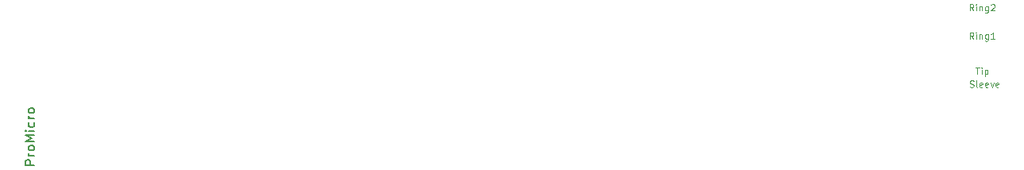
<source format=gbr>
G04 #@! TF.GenerationSoftware,KiCad,Pcbnew,(5.1.4)-1*
G04 #@! TF.CreationDate,2020-11-20T09:34:24-08:00*
G04 #@! TF.ProjectId,_autosave-_autosave-_autosave-_autosave-uwu-55,5f617574-6f73-4617-9665-2d5f6175746f,rev?*
G04 #@! TF.SameCoordinates,Original*
G04 #@! TF.FileFunction,Other,Fab,Top*
%FSLAX46Y46*%
G04 Gerber Fmt 4.6, Leading zero omitted, Abs format (unit mm)*
G04 Created by KiCad (PCBNEW (5.1.4)-1) date 2020-11-20 09:34:24*
%MOMM*%
%LPD*%
G04 APERTURE LIST*
%ADD10C,0.150000*%
%ADD11C,0.100000*%
G04 APERTURE END LIST*
D10*
X-31932619Y-66396809D02*
X-32932619Y-66396809D01*
X-32932619Y-66015857D01*
X-32885000Y-65920619D01*
X-32837380Y-65873000D01*
X-32742142Y-65825380D01*
X-32599285Y-65825380D01*
X-32504047Y-65873000D01*
X-32456428Y-65920619D01*
X-32408809Y-66015857D01*
X-32408809Y-66396809D01*
X-31932619Y-65396809D02*
X-32599285Y-65396809D01*
X-32408809Y-65396809D02*
X-32504047Y-65349190D01*
X-32551666Y-65301571D01*
X-32599285Y-65206333D01*
X-32599285Y-65111095D01*
X-31932619Y-64634904D02*
X-31980238Y-64730142D01*
X-32027857Y-64777761D01*
X-32123095Y-64825380D01*
X-32408809Y-64825380D01*
X-32504047Y-64777761D01*
X-32551666Y-64730142D01*
X-32599285Y-64634904D01*
X-32599285Y-64492047D01*
X-32551666Y-64396809D01*
X-32504047Y-64349190D01*
X-32408809Y-64301571D01*
X-32123095Y-64301571D01*
X-32027857Y-64349190D01*
X-31980238Y-64396809D01*
X-31932619Y-64492047D01*
X-31932619Y-64634904D01*
X-31932619Y-63873000D02*
X-32932619Y-63873000D01*
X-32218333Y-63539666D01*
X-32932619Y-63206333D01*
X-31932619Y-63206333D01*
X-31932619Y-62730142D02*
X-32599285Y-62730142D01*
X-32932619Y-62730142D02*
X-32885000Y-62777761D01*
X-32837380Y-62730142D01*
X-32885000Y-62682523D01*
X-32932619Y-62730142D01*
X-32837380Y-62730142D01*
X-31980238Y-61825380D02*
X-31932619Y-61920619D01*
X-31932619Y-62111095D01*
X-31980238Y-62206333D01*
X-32027857Y-62253952D01*
X-32123095Y-62301571D01*
X-32408809Y-62301571D01*
X-32504047Y-62253952D01*
X-32551666Y-62206333D01*
X-32599285Y-62111095D01*
X-32599285Y-61920619D01*
X-32551666Y-61825380D01*
X-31932619Y-61396809D02*
X-32599285Y-61396809D01*
X-32408809Y-61396809D02*
X-32504047Y-61349190D01*
X-32551666Y-61301571D01*
X-32599285Y-61206333D01*
X-32599285Y-61111095D01*
X-31932619Y-60634904D02*
X-31980238Y-60730142D01*
X-32027857Y-60777761D01*
X-32123095Y-60825380D01*
X-32408809Y-60825380D01*
X-32504047Y-60777761D01*
X-32551666Y-60730142D01*
X-32599285Y-60634904D01*
X-32599285Y-60492047D01*
X-32551666Y-60396809D01*
X-32504047Y-60349190D01*
X-32408809Y-60301571D01*
X-32123095Y-60301571D01*
X-32027857Y-60349190D01*
X-31980238Y-60396809D01*
X-31932619Y-60492047D01*
X-31932619Y-60634904D01*
D11*
X68139583Y-49921666D02*
X67906250Y-49588333D01*
X67739583Y-49921666D02*
X67739583Y-49221666D01*
X68006250Y-49221666D01*
X68072916Y-49255000D01*
X68106250Y-49288333D01*
X68139583Y-49355000D01*
X68139583Y-49455000D01*
X68106250Y-49521666D01*
X68072916Y-49555000D01*
X68006250Y-49588333D01*
X67739583Y-49588333D01*
X68439583Y-49921666D02*
X68439583Y-49455000D01*
X68439583Y-49221666D02*
X68406250Y-49255000D01*
X68439583Y-49288333D01*
X68472916Y-49255000D01*
X68439583Y-49221666D01*
X68439583Y-49288333D01*
X68772916Y-49455000D02*
X68772916Y-49921666D01*
X68772916Y-49521666D02*
X68806250Y-49488333D01*
X68872916Y-49455000D01*
X68972916Y-49455000D01*
X69039583Y-49488333D01*
X69072916Y-49555000D01*
X69072916Y-49921666D01*
X69706250Y-49455000D02*
X69706250Y-50021666D01*
X69672916Y-50088333D01*
X69639583Y-50121666D01*
X69572916Y-50155000D01*
X69472916Y-50155000D01*
X69406250Y-50121666D01*
X69706250Y-49888333D02*
X69639583Y-49921666D01*
X69506250Y-49921666D01*
X69439583Y-49888333D01*
X69406250Y-49855000D01*
X69372916Y-49788333D01*
X69372916Y-49588333D01*
X69406250Y-49521666D01*
X69439583Y-49488333D01*
X69506250Y-49455000D01*
X69639583Y-49455000D01*
X69706250Y-49488333D01*
X70006250Y-49288333D02*
X70039583Y-49255000D01*
X70106250Y-49221666D01*
X70272916Y-49221666D01*
X70339583Y-49255000D01*
X70372916Y-49288333D01*
X70406250Y-49355000D01*
X70406250Y-49421666D01*
X70372916Y-49521666D01*
X69972916Y-49921666D01*
X70406250Y-49921666D01*
X68139583Y-52921666D02*
X67906250Y-52588333D01*
X67739583Y-52921666D02*
X67739583Y-52221666D01*
X68006250Y-52221666D01*
X68072916Y-52255000D01*
X68106250Y-52288333D01*
X68139583Y-52355000D01*
X68139583Y-52455000D01*
X68106250Y-52521666D01*
X68072916Y-52555000D01*
X68006250Y-52588333D01*
X67739583Y-52588333D01*
X68439583Y-52921666D02*
X68439583Y-52455000D01*
X68439583Y-52221666D02*
X68406250Y-52255000D01*
X68439583Y-52288333D01*
X68472916Y-52255000D01*
X68439583Y-52221666D01*
X68439583Y-52288333D01*
X68772916Y-52455000D02*
X68772916Y-52921666D01*
X68772916Y-52521666D02*
X68806250Y-52488333D01*
X68872916Y-52455000D01*
X68972916Y-52455000D01*
X69039583Y-52488333D01*
X69072916Y-52555000D01*
X69072916Y-52921666D01*
X69706250Y-52455000D02*
X69706250Y-53021666D01*
X69672916Y-53088333D01*
X69639583Y-53121666D01*
X69572916Y-53155000D01*
X69472916Y-53155000D01*
X69406250Y-53121666D01*
X69706250Y-52888333D02*
X69639583Y-52921666D01*
X69506250Y-52921666D01*
X69439583Y-52888333D01*
X69406250Y-52855000D01*
X69372916Y-52788333D01*
X69372916Y-52588333D01*
X69406250Y-52521666D01*
X69439583Y-52488333D01*
X69506250Y-52455000D01*
X69639583Y-52455000D01*
X69706250Y-52488333D01*
X70406250Y-52921666D02*
X70006250Y-52921666D01*
X70206250Y-52921666D02*
X70206250Y-52221666D01*
X70139583Y-52321666D01*
X70072916Y-52388333D01*
X70006250Y-52421666D01*
X68372916Y-55971666D02*
X68772916Y-55971666D01*
X68572916Y-56671666D02*
X68572916Y-55971666D01*
X69006250Y-56671666D02*
X69006250Y-56205000D01*
X69006250Y-55971666D02*
X68972916Y-56005000D01*
X69006250Y-56038333D01*
X69039583Y-56005000D01*
X69006250Y-55971666D01*
X69006250Y-56038333D01*
X69339583Y-56205000D02*
X69339583Y-56905000D01*
X69339583Y-56238333D02*
X69406250Y-56205000D01*
X69539583Y-56205000D01*
X69606250Y-56238333D01*
X69639583Y-56271666D01*
X69672916Y-56338333D01*
X69672916Y-56538333D01*
X69639583Y-56605000D01*
X69606250Y-56638333D01*
X69539583Y-56671666D01*
X69406250Y-56671666D01*
X69339583Y-56638333D01*
X67756250Y-58038333D02*
X67856250Y-58071666D01*
X68022916Y-58071666D01*
X68089583Y-58038333D01*
X68122916Y-58005000D01*
X68156250Y-57938333D01*
X68156250Y-57871666D01*
X68122916Y-57805000D01*
X68089583Y-57771666D01*
X68022916Y-57738333D01*
X67889583Y-57705000D01*
X67822916Y-57671666D01*
X67789583Y-57638333D01*
X67756250Y-57571666D01*
X67756250Y-57505000D01*
X67789583Y-57438333D01*
X67822916Y-57405000D01*
X67889583Y-57371666D01*
X68056250Y-57371666D01*
X68156250Y-57405000D01*
X68556250Y-58071666D02*
X68489583Y-58038333D01*
X68456250Y-57971666D01*
X68456250Y-57371666D01*
X69089583Y-58038333D02*
X69022916Y-58071666D01*
X68889583Y-58071666D01*
X68822916Y-58038333D01*
X68789583Y-57971666D01*
X68789583Y-57705000D01*
X68822916Y-57638333D01*
X68889583Y-57605000D01*
X69022916Y-57605000D01*
X69089583Y-57638333D01*
X69122916Y-57705000D01*
X69122916Y-57771666D01*
X68789583Y-57838333D01*
X69689583Y-58038333D02*
X69622916Y-58071666D01*
X69489583Y-58071666D01*
X69422916Y-58038333D01*
X69389583Y-57971666D01*
X69389583Y-57705000D01*
X69422916Y-57638333D01*
X69489583Y-57605000D01*
X69622916Y-57605000D01*
X69689583Y-57638333D01*
X69722916Y-57705000D01*
X69722916Y-57771666D01*
X69389583Y-57838333D01*
X69956250Y-57605000D02*
X70122916Y-58071666D01*
X70289583Y-57605000D01*
X70822916Y-58038333D02*
X70756250Y-58071666D01*
X70622916Y-58071666D01*
X70556250Y-58038333D01*
X70522916Y-57971666D01*
X70522916Y-57705000D01*
X70556250Y-57638333D01*
X70622916Y-57605000D01*
X70756250Y-57605000D01*
X70822916Y-57638333D01*
X70856250Y-57705000D01*
X70856250Y-57771666D01*
X70522916Y-57838333D01*
M02*

</source>
